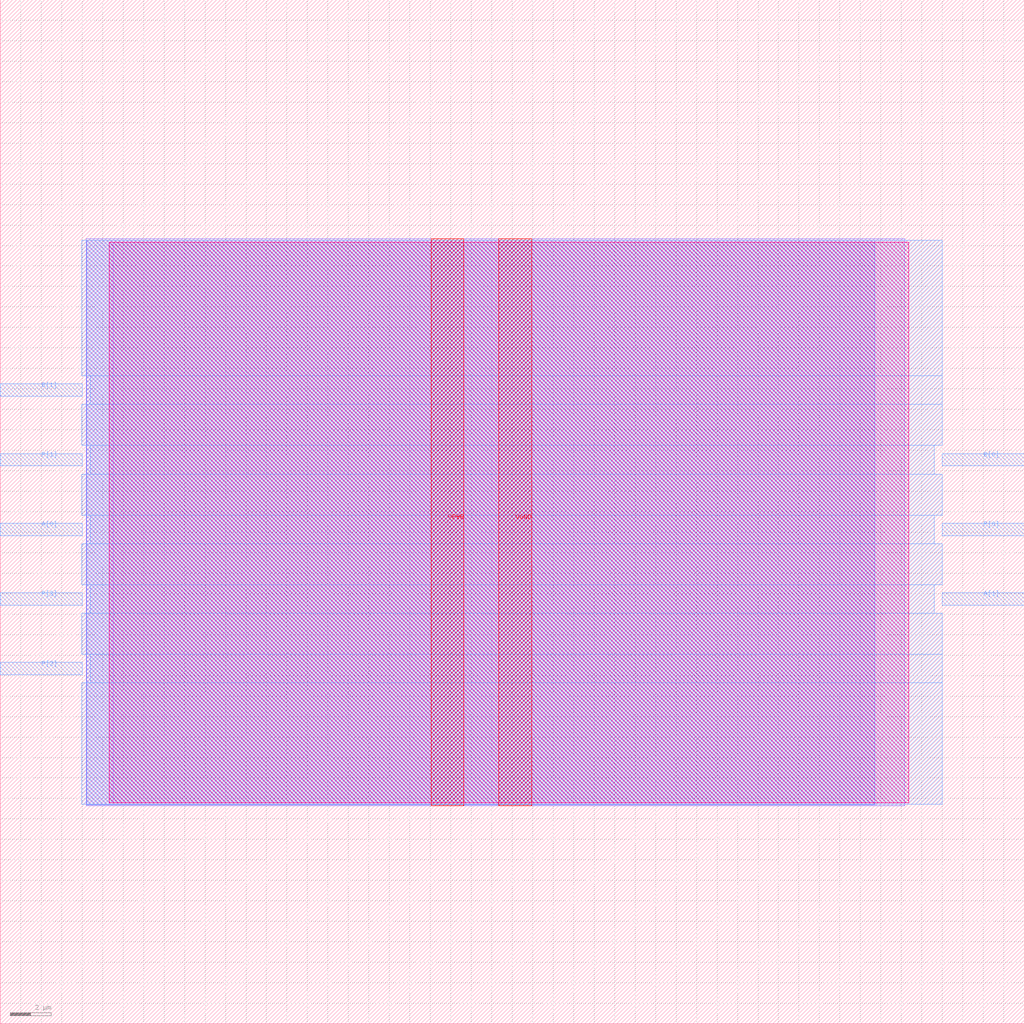
<source format=lef>
VERSION 5.7 ;
  NOWIREEXTENSIONATPIN ON ;
  DIVIDERCHAR "/" ;
  BUSBITCHARS "[]" ;
MACRO SarsaNada_e6
  CLASS BLOCK ;
  FOREIGN SarsaNada_e6 ;
  ORIGIN 0.000 0.000 ;
  SIZE 50.000 BY 50.000 ;
  PIN A[0]
    DIRECTION INPUT ;
    USE SIGNAL ;
    ANTENNAGATEAREA 0.196500 ;
    PORT
      LAYER met3 ;
        RECT 0.000 23.840 4.000 24.440 ;
    END
  END A[0]
  PIN A[1]
    DIRECTION INPUT ;
    USE SIGNAL ;
    ANTENNAGATEAREA 0.196500 ;
    PORT
      LAYER met3 ;
        RECT 46.000 20.440 50.000 21.040 ;
    END
  END A[1]
  PIN B[0]
    DIRECTION INPUT ;
    USE SIGNAL ;
    ANTENNAGATEAREA 0.196500 ;
    PORT
      LAYER met3 ;
        RECT 46.000 27.240 50.000 27.840 ;
    END
  END B[0]
  PIN B[1]
    DIRECTION INPUT ;
    USE SIGNAL ;
    ANTENNAGATEAREA 0.196500 ;
    PORT
      LAYER met3 ;
        RECT 0.000 30.640 4.000 31.240 ;
    END
  END B[1]
  PIN P[0]
    DIRECTION OUTPUT ;
    USE SIGNAL ;
    ANTENNADIFFAREA 0.445500 ;
    PORT
      LAYER met3 ;
        RECT 46.000 23.840 50.000 24.440 ;
    END
  END P[0]
  PIN P[1]
    DIRECTION OUTPUT ;
    USE SIGNAL ;
    ANTENNADIFFAREA 0.445500 ;
    PORT
      LAYER met3 ;
        RECT 0.000 27.240 4.000 27.840 ;
    END
  END P[1]
  PIN P[2]
    DIRECTION OUTPUT ;
    USE SIGNAL ;
    ANTENNADIFFAREA 0.445500 ;
    PORT
      LAYER met3 ;
        RECT 0.000 17.040 4.000 17.640 ;
    END
  END P[2]
  PIN P[3]
    DIRECTION OUTPUT ;
    USE SIGNAL ;
    ANTENNADIFFAREA 0.445500 ;
    PORT
      LAYER met3 ;
        RECT 0.000 20.440 4.000 21.040 ;
    END
  END P[3]
  PIN VGND
    DIRECTION INOUT ;
    USE GROUND ;
    PORT
      LAYER met4 ;
        RECT 24.340 10.640 25.940 38.320 ;
    END
  END VGND
  PIN VPWR
    DIRECTION INOUT ;
    USE POWER ;
    PORT
      LAYER met4 ;
        RECT 21.040 10.640 22.640 38.320 ;
    END
  END VPWR
  OBS
      LAYER nwell ;
        RECT 5.330 10.795 44.350 38.165 ;
      LAYER li1 ;
        RECT 5.520 10.795 44.160 38.165 ;
      LAYER met1 ;
        RECT 4.210 10.640 44.160 38.320 ;
      LAYER met2 ;
        RECT 4.230 10.695 42.690 38.265 ;
      LAYER met3 ;
        RECT 3.990 31.640 46.000 38.245 ;
        RECT 4.400 30.240 46.000 31.640 ;
        RECT 3.990 28.240 46.000 30.240 ;
        RECT 4.400 26.840 45.600 28.240 ;
        RECT 3.990 24.840 46.000 26.840 ;
        RECT 4.400 23.440 45.600 24.840 ;
        RECT 3.990 21.440 46.000 23.440 ;
        RECT 4.400 20.040 45.600 21.440 ;
        RECT 3.990 18.040 46.000 20.040 ;
        RECT 4.400 16.640 46.000 18.040 ;
        RECT 3.990 10.715 46.000 16.640 ;
  END
END SarsaNada_e6
END LIBRARY


</source>
